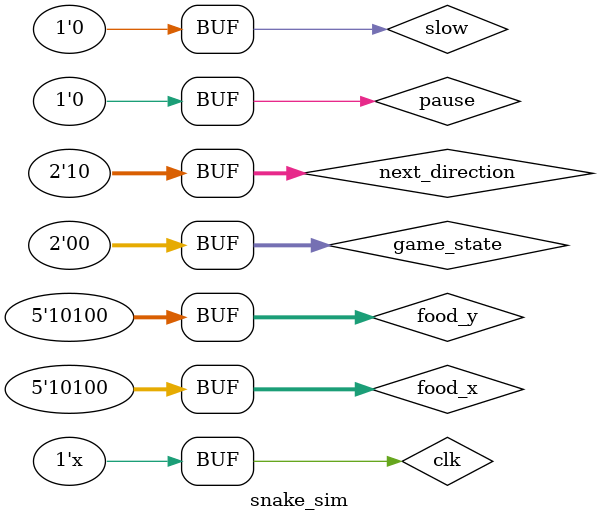
<source format=v>
`timescale 1ns/1ps
module snake_sim();
    reg clk;
    reg pause;
    reg slow;
    reg [1:0] next_direction;
    reg [1:0] game_state;
    reg [4:0] food_x;
    reg [4:0] food_y;
    wire [1:0] current_direction;
    wire [319:0] snake_x_1dim;
    wire [319:0] snake_y_1dim;
    wire [5:0] snake_length;
    wire hit_boundary;
    wire hit_self;
    wire get_food;

    snake m1(
        .clk(clk),
        .pause(pause),
        .slow(slow),
        .next_direction(next_direction),
        .game_state(game_state),
        .food_x(food_x),
        .food_y(food_y),
        .current_direction(current_direction),
        .snake_x_1dim(snake_x_1dim),
        .snake_y_1dim(snake_y_1dim),
        .snake_length(snake_length),
        .hit_boundary(hit_boundary),
        .hit_self(hit_self),
        .get_food(get_food)
    );
    initial begin
        clk = 0;
        pause = 0;
        slow = 0;
        next_direction = 2'b10;
        game_state = 2'b10;
        food_x = 20;
        food_y = 20;
        #50;
        game_state = 2'b00;
    end

    always begin
        #2 clk = ~clk;
    end

endmodule
</source>
